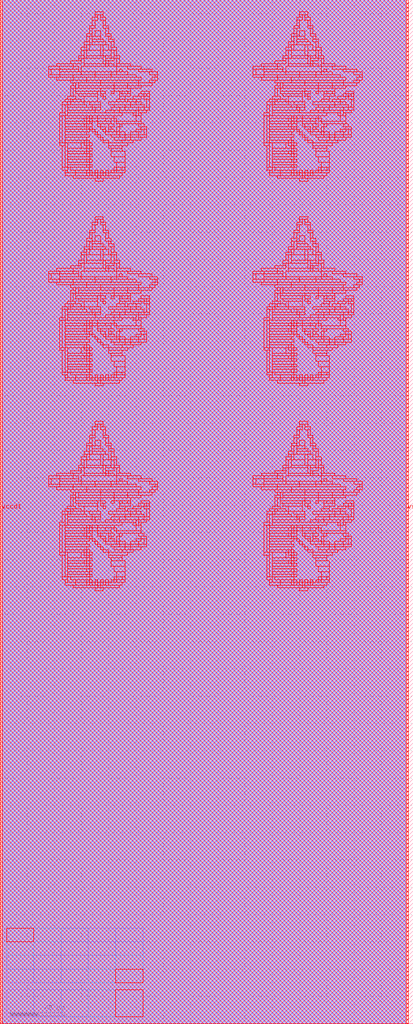
<source format=lef>
VERSION 5.7 ;
  NOWIREEXTENSIONATPIN ON ;
  DIVIDERCHAR "/" ;
  BUSBITCHARS "[]" ;
MACRO Art
  CLASS BLOCK ;
  FOREIGN Art ;
  ORIGIN -0.200 0.000 ;
  SIZE 302.920 BY 750.000 ;
  PIN vccd1
    DIRECTION INPUT ;
    USE POWER ;
    PORT
      LAYER met4 ;
        RECT 0.20000 0.00000 1.80000 750.00000 ;
    END
  END vccd1
  PIN vssd1
    DIRECTION INPUT ;
    USE GROUND ;
    PORT
      LAYER met4 ;
        RECT 298.20000 0.00000 299.80000 750.00000 ;
    END
  END vssd1
  OBS
      LAYER li1 ;
		RECT  1.8 0.0 298.2 750.0 ;
        RECT 5.000 30.000 105.000 70.000 ;
        RECT 5.000 5.000 25.000 25.000 ;
      LAYER met1 ;
		RECT  1.8 0.0 298.2 750.0 ;
        RECT 85.000 60.000 105.000 70.120 ;
        RECT 65.000 50.000 105.000 60.000 ;
        RECT 45.000 40.000 105.000 50.000 ;
        RECT 25.000 30.120 105.000 40.000 ;
        RECT 25.000 30.000 85.000 30.120 ;
        RECT 25.000 5.000 45.000 25.000 ;
      LAYER met2 ;
		RECT  1.8 0.0 298.2 750.0 ;
        RECT 45.000 60.000 65.000 70.000 ;
        RECT 25.000 50.000 45.000 60.000 ;
        RECT 85.000 50.000 105.000 60.000 ;
        RECT 5.000 40.000 25.000 50.000 ;
        RECT 65.000 40.000 105.000 50.000 ;
        RECT 45.000 30.000 105.000 40.000 ;
        RECT 45.000 5.000 65.000 25.000 ;
      LAYER met3 ;
		RECT  1.8 0.0 298.2 750.0 ;
        RECT 25.000 60.000 45.000 70.000 ;
        RECT 5.000 50.000 25.000 60.000 ;
        RECT 85.000 40.000 105.000 50.000 ;
        RECT 65.000 30.000 105.000 40.000 ;
        RECT 65.000 5.000 85.000 25.000 ;
      LAYER met4 ;
		RECT  1.8 0.0 298.2 750.0 ;
        RECT 0.200 0.000 1.800 750.000 ;
        RECT 69.830 739.290 75.830 741.290 ;
        RECT 69.830 737.290 71.830 739.290 ;
        RECT 67.830 735.290 71.830 737.290 ;
        RECT 73.830 737.290 75.830 739.290 ;
        RECT 219.830 739.290 225.830 741.290 ;
        RECT 219.830 737.290 221.830 739.290 ;
        RECT 73.830 735.290 77.830 737.290 ;
        RECT 67.830 731.290 69.830 735.290 ;
        RECT 65.830 729.290 69.830 731.290 ;
        RECT 75.830 731.290 77.830 735.290 ;
        RECT 217.830 735.290 221.830 737.290 ;
        RECT 223.830 737.290 225.830 739.290 ;
        RECT 223.830 735.290 227.830 737.290 ;
        RECT 217.830 731.290 219.830 735.290 ;
        RECT 75.830 729.290 79.830 731.290 ;
        RECT 65.830 725.290 67.830 729.290 ;
        RECT 63.830 723.290 67.830 725.290 ;
        RECT 69.830 723.290 73.830 727.290 ;
        RECT 77.830 725.290 79.830 729.290 ;
        RECT 215.830 729.290 219.830 731.290 ;
        RECT 225.830 731.290 227.830 735.290 ;
        RECT 225.830 729.290 229.830 731.290 ;
        RECT 215.830 725.290 217.830 729.290 ;
        RECT 77.830 723.290 81.830 725.290 ;
        RECT 63.830 719.290 65.830 723.290 ;
        RECT 61.830 717.290 65.830 719.290 ;
        RECT 67.830 721.290 73.830 723.290 ;
        RECT 79.830 721.290 81.830 723.290 ;
        RECT 213.830 723.290 217.830 725.290 ;
        RECT 219.830 723.290 223.830 727.290 ;
        RECT 227.830 725.290 229.830 729.290 ;
        RECT 227.830 723.290 231.830 725.290 ;
        RECT 67.830 719.290 75.830 721.290 ;
        RECT 79.830 719.290 83.830 721.290 ;
        RECT 213.830 719.290 215.830 723.290 ;
        RECT 67.830 717.290 77.830 719.290 ;
        RECT 61.830 715.290 63.830 717.290 ;
        RECT 59.830 713.290 63.830 715.290 ;
        RECT 65.830 713.290 73.830 717.290 ;
        RECT 59.830 709.290 61.830 713.290 ;
        RECT 57.830 707.290 61.830 709.290 ;
        RECT 63.830 709.290 73.830 713.290 ;
        RECT 75.830 713.290 79.830 717.290 ;
        RECT 81.830 715.290 83.830 719.290 ;
        RECT 211.830 717.290 215.830 719.290 ;
        RECT 217.830 721.290 223.830 723.290 ;
        RECT 229.830 721.290 231.830 723.290 ;
        RECT 217.830 719.290 225.830 721.290 ;
        RECT 229.830 719.290 233.830 721.290 ;
        RECT 217.830 717.290 227.830 719.290 ;
        RECT 211.830 715.290 213.830 717.290 ;
        RECT 81.830 713.290 85.830 715.290 ;
        RECT 75.830 709.290 81.830 713.290 ;
        RECT 63.830 707.290 75.830 709.290 ;
        RECT 57.830 705.290 59.830 707.290 ;
        RECT 51.830 703.290 59.830 705.290 ;
        RECT 61.830 703.290 75.830 707.290 ;
        RECT 77.830 707.290 81.830 709.290 ;
        RECT 83.830 709.290 85.830 713.290 ;
        RECT 209.830 713.290 213.830 715.290 ;
        RECT 215.830 713.290 223.830 717.290 ;
        RECT 209.830 709.290 211.830 713.290 ;
        RECT 83.830 707.290 87.830 709.290 ;
        RECT 77.830 705.290 83.830 707.290 ;
        RECT 77.830 703.290 79.830 705.290 ;
        RECT 85.830 703.290 87.830 707.290 ;
        RECT 207.830 707.290 211.830 709.290 ;
        RECT 213.830 709.290 223.830 713.290 ;
        RECT 225.830 713.290 229.830 717.290 ;
        RECT 231.830 715.290 233.830 719.290 ;
        RECT 231.830 713.290 235.830 715.290 ;
        RECT 225.830 709.290 231.830 713.290 ;
        RECT 213.830 707.290 225.830 709.290 ;
        RECT 207.830 705.290 209.830 707.290 ;
        RECT 201.830 703.290 209.830 705.290 ;
        RECT 211.830 703.290 225.830 707.290 ;
        RECT 227.830 707.290 231.830 709.290 ;
        RECT 233.830 709.290 235.830 713.290 ;
        RECT 233.830 707.290 237.830 709.290 ;
        RECT 227.830 705.290 233.830 707.290 ;
        RECT 227.830 703.290 229.830 705.290 ;
        RECT 235.830 703.290 237.830 707.290 ;
        RECT 41.830 701.290 53.830 703.290 ;
        RECT 61.830 701.290 77.830 703.290 ;
        RECT 79.830 701.290 83.830 703.290 ;
        RECT 85.830 701.290 95.830 703.290 ;
        RECT 191.830 701.290 203.830 703.290 ;
        RECT 211.830 701.290 227.830 703.290 ;
        RECT 229.830 701.290 233.830 703.290 ;
        RECT 235.830 701.290 245.830 703.290 ;
        RECT 35.830 699.290 43.830 701.290 ;
        RECT 53.830 699.290 57.830 701.290 ;
        RECT 35.830 695.290 37.830 699.290 ;
        RECT 43.830 697.290 57.830 699.290 ;
        RECT 59.830 697.290 85.830 701.290 ;
        RECT 93.830 699.290 103.830 701.290 ;
        RECT 185.830 699.290 193.830 701.290 ;
        RECT 203.830 699.290 207.830 701.290 ;
        RECT 87.830 697.290 89.830 699.290 ;
        RECT 101.830 697.290 111.830 699.290 ;
        RECT 43.830 695.290 59.830 697.290 ;
        RECT 69.830 695.290 81.830 697.290 ;
        RECT 85.830 695.290 93.830 697.290 ;
        RECT 109.830 695.290 115.830 697.290 ;
        RECT 35.830 693.290 43.830 695.290 ;
        RECT 53.830 693.290 69.830 695.290 ;
        RECT 81.830 693.290 99.830 695.290 ;
        RECT 113.830 693.290 115.830 695.290 ;
        RECT 185.830 695.290 187.830 699.290 ;
        RECT 193.830 697.290 207.830 699.290 ;
        RECT 209.830 697.290 235.830 701.290 ;
        RECT 243.830 699.290 253.830 701.290 ;
        RECT 237.830 697.290 239.830 699.290 ;
        RECT 251.830 697.290 261.830 699.290 ;
        RECT 193.830 695.290 209.830 697.290 ;
        RECT 219.830 695.290 231.830 697.290 ;
        RECT 235.830 695.290 243.830 697.290 ;
        RECT 259.830 695.290 265.830 697.290 ;
        RECT 185.830 693.290 193.830 695.290 ;
        RECT 203.830 693.290 219.830 695.290 ;
        RECT 231.830 693.290 249.830 695.290 ;
        RECT 263.830 693.290 265.830 695.290 ;
        RECT 41.830 691.290 53.830 693.290 ;
        RECT 63.830 691.290 103.830 693.290 ;
        RECT 111.830 691.290 115.830 693.290 ;
        RECT 191.830 691.290 203.830 693.290 ;
        RECT 213.830 691.290 253.830 693.290 ;
        RECT 261.830 691.290 265.830 693.290 ;
        RECT 51.830 689.290 63.830 691.290 ;
        RECT 73.830 689.290 101.830 691.290 ;
        RECT 109.830 689.290 113.830 691.290 ;
        RECT 201.830 689.290 213.830 691.290 ;
        RECT 223.830 689.290 251.830 691.290 ;
        RECT 259.830 689.290 263.830 691.290 ;
        RECT 53.830 687.290 55.830 689.290 ;
        RECT 51.830 685.290 55.830 687.290 ;
        RECT 57.830 687.290 73.830 689.290 ;
        RECT 83.830 687.290 93.830 689.290 ;
        RECT 101.830 687.290 111.830 689.290 ;
        RECT 203.830 687.290 205.830 689.290 ;
        RECT 57.830 685.290 83.830 687.290 ;
        RECT 93.830 685.290 103.830 687.290 ;
        RECT 201.830 685.290 205.830 687.290 ;
        RECT 207.830 687.290 223.830 689.290 ;
        RECT 233.830 687.290 243.830 689.290 ;
        RECT 251.830 687.290 261.830 689.290 ;
        RECT 207.830 685.290 233.830 687.290 ;
        RECT 243.830 685.290 253.830 687.290 ;
        RECT 51.830 679.290 53.830 685.290 ;
        RECT 55.830 683.290 73.830 685.290 ;
        RECT 83.830 683.290 95.830 685.290 ;
        RECT 55.830 681.290 71.830 683.290 ;
        RECT 57.830 679.290 71.830 681.290 ;
        RECT 73.830 681.290 77.830 683.290 ;
        RECT 81.830 681.290 83.830 683.290 ;
        RECT 87.830 681.290 89.830 683.290 ;
        RECT 93.830 681.290 95.830 683.290 ;
        RECT 103.830 681.290 109.830 683.290 ;
        RECT 73.830 679.290 75.830 681.290 ;
        RECT 87.830 679.290 95.830 681.290 ;
        RECT 101.830 679.290 105.830 681.290 ;
        RECT 107.830 679.290 109.830 681.290 ;
        RECT 201.830 679.290 203.830 685.290 ;
        RECT 205.830 683.290 223.830 685.290 ;
        RECT 233.830 683.290 245.830 685.290 ;
        RECT 205.830 681.290 221.830 683.290 ;
        RECT 207.830 679.290 221.830 681.290 ;
        RECT 223.830 681.290 227.830 683.290 ;
        RECT 231.830 681.290 233.830 683.290 ;
        RECT 237.830 681.290 239.830 683.290 ;
        RECT 243.830 681.290 245.830 683.290 ;
        RECT 253.830 681.290 259.830 683.290 ;
        RECT 223.830 679.290 225.830 681.290 ;
        RECT 237.830 679.290 245.830 681.290 ;
        RECT 251.830 679.290 255.830 681.290 ;
        RECT 257.830 679.290 259.830 681.290 ;
        RECT 49.830 677.290 55.830 679.290 ;
        RECT 47.830 675.290 51.830 677.290 ;
        RECT 53.830 675.290 59.830 677.290 ;
        RECT 61.830 675.290 71.830 679.290 ;
        RECT 75.830 677.290 77.830 679.290 ;
        RECT 87.830 677.290 91.830 679.290 ;
        RECT 97.830 677.290 103.830 679.290 ;
        RECT 105.830 677.290 109.830 679.290 ;
        RECT 199.830 677.290 205.830 679.290 ;
        RECT 85.830 675.290 91.830 677.290 ;
        RECT 93.830 675.290 99.830 677.290 ;
        RECT 45.830 673.290 49.830 675.290 ;
        RECT 51.830 673.290 61.830 675.290 ;
        RECT 65.830 673.290 73.830 675.290 ;
        RECT 79.830 673.290 95.830 675.290 ;
        RECT 99.830 673.290 103.830 675.290 ;
        RECT 45.830 667.290 47.830 673.290 ;
        RECT 43.830 665.290 47.830 667.290 ;
        RECT 49.830 671.290 63.830 673.290 ;
        RECT 67.830 671.290 73.830 673.290 ;
        RECT 83.830 671.290 91.830 673.290 ;
        RECT 95.830 671.290 105.830 673.290 ;
        RECT 107.830 671.290 109.830 677.290 ;
        RECT 197.830 675.290 201.830 677.290 ;
        RECT 203.830 675.290 209.830 677.290 ;
        RECT 211.830 675.290 221.830 679.290 ;
        RECT 225.830 677.290 227.830 679.290 ;
        RECT 237.830 677.290 241.830 679.290 ;
        RECT 247.830 677.290 253.830 679.290 ;
        RECT 255.830 677.290 259.830 679.290 ;
        RECT 235.830 675.290 241.830 677.290 ;
        RECT 243.830 675.290 249.830 677.290 ;
        RECT 49.830 669.290 67.830 671.290 ;
        RECT 69.830 669.290 73.830 671.290 ;
        RECT 81.830 669.290 87.830 671.290 ;
        RECT 91.830 669.290 101.830 671.290 ;
        RECT 105.830 669.290 109.830 671.290 ;
        RECT 195.830 673.290 199.830 675.290 ;
        RECT 201.830 673.290 211.830 675.290 ;
        RECT 215.830 673.290 223.830 675.290 ;
        RECT 229.830 673.290 245.830 675.290 ;
        RECT 249.830 673.290 253.830 675.290 ;
        RECT 49.830 667.290 69.830 669.290 ;
        RECT 77.830 667.290 83.830 669.290 ;
        RECT 87.830 667.290 99.830 669.290 ;
        RECT 49.830 665.290 89.830 667.290 ;
        RECT 97.830 665.290 99.830 667.290 ;
        RECT 101.830 667.290 107.830 669.290 ;
        RECT 195.830 667.290 197.830 673.290 ;
        RECT 101.830 665.290 103.830 667.290 ;
        RECT 43.830 645.290 45.830 665.290 ;
        RECT 47.830 663.290 63.830 665.290 ;
        RECT 65.830 663.290 67.830 665.290 ;
        RECT 71.830 663.290 83.830 665.290 ;
        RECT 47.830 661.290 61.830 663.290 ;
        RECT 63.830 661.290 65.830 663.290 ;
        RECT 67.830 661.290 71.830 663.290 ;
        RECT 77.830 661.290 81.830 663.290 ;
        RECT 83.830 661.290 85.830 663.290 ;
        RECT 99.830 661.290 103.830 665.290 ;
        RECT 47.830 659.290 63.830 661.290 ;
        RECT 65.830 659.290 67.830 661.290 ;
        RECT 47.830 657.290 61.830 659.290 ;
        RECT 63.830 657.290 67.830 659.290 ;
        RECT 71.830 659.290 81.830 661.290 ;
        RECT 85.830 659.290 103.830 661.290 ;
        RECT 193.830 665.290 197.830 667.290 ;
        RECT 199.830 671.290 213.830 673.290 ;
        RECT 217.830 671.290 223.830 673.290 ;
        RECT 233.830 671.290 241.830 673.290 ;
        RECT 245.830 671.290 255.830 673.290 ;
        RECT 257.830 671.290 259.830 677.290 ;
        RECT 199.830 669.290 217.830 671.290 ;
        RECT 219.830 669.290 223.830 671.290 ;
        RECT 231.830 669.290 237.830 671.290 ;
        RECT 241.830 669.290 251.830 671.290 ;
        RECT 255.830 669.290 259.830 671.290 ;
        RECT 199.830 667.290 219.830 669.290 ;
        RECT 227.830 667.290 233.830 669.290 ;
        RECT 237.830 667.290 249.830 669.290 ;
        RECT 199.830 665.290 239.830 667.290 ;
        RECT 247.830 665.290 249.830 667.290 ;
        RECT 251.830 667.290 257.830 669.290 ;
        RECT 251.830 665.290 253.830 667.290 ;
        RECT 71.830 657.290 73.830 659.290 ;
        RECT 79.830 657.290 83.830 659.290 ;
        RECT 87.830 657.290 89.830 659.290 ;
        RECT 101.830 657.290 105.830 659.290 ;
        RECT 47.830 655.290 63.830 657.290 ;
        RECT 65.830 655.290 67.830 657.290 ;
        RECT 73.830 655.290 77.830 657.290 ;
        RECT 47.830 653.290 65.830 655.290 ;
        RECT 67.830 653.290 69.830 655.290 ;
        RECT 75.830 653.290 77.830 655.290 ;
        RECT 79.830 655.290 81.830 657.290 ;
        RECT 79.830 653.290 83.830 655.290 ;
        RECT 85.830 653.290 87.830 657.290 ;
        RECT 103.830 655.290 107.830 657.290 ;
        RECT 99.830 653.290 103.830 655.290 ;
        RECT 47.830 651.290 63.830 653.290 ;
        RECT 69.830 651.290 71.830 653.290 ;
        RECT 77.830 651.290 85.830 653.290 ;
        RECT 87.830 651.290 91.830 653.290 ;
        RECT 95.830 651.290 101.830 653.290 ;
        RECT 105.830 651.290 107.830 655.290 ;
        RECT 47.830 649.290 65.830 651.290 ;
        RECT 71.830 649.290 73.830 651.290 ;
        RECT 81.830 649.290 87.830 651.290 ;
        RECT 91.830 649.290 95.830 651.290 ;
        RECT 101.830 649.290 107.830 651.290 ;
        RECT 47.830 647.290 63.830 649.290 ;
        RECT 73.830 647.290 75.830 649.290 ;
        RECT 83.830 647.290 91.830 649.290 ;
        RECT 95.830 647.290 103.830 649.290 ;
        RECT 47.830 645.290 61.830 647.290 ;
        RECT 63.830 645.290 65.830 647.290 ;
        RECT 75.830 645.290 79.830 647.290 ;
        RECT 89.830 645.290 97.830 647.290 ;
        RECT 193.830 645.290 195.830 665.290 ;
        RECT 197.830 663.290 213.830 665.290 ;
        RECT 215.830 663.290 217.830 665.290 ;
        RECT 221.830 663.290 233.830 665.290 ;
        RECT 197.830 661.290 211.830 663.290 ;
        RECT 213.830 661.290 215.830 663.290 ;
        RECT 217.830 661.290 221.830 663.290 ;
        RECT 227.830 661.290 231.830 663.290 ;
        RECT 233.830 661.290 235.830 663.290 ;
        RECT 249.830 661.290 253.830 665.290 ;
        RECT 197.830 659.290 213.830 661.290 ;
        RECT 215.830 659.290 217.830 661.290 ;
        RECT 197.830 657.290 211.830 659.290 ;
        RECT 213.830 657.290 217.830 659.290 ;
        RECT 221.830 659.290 231.830 661.290 ;
        RECT 235.830 659.290 253.830 661.290 ;
        RECT 221.830 657.290 223.830 659.290 ;
        RECT 229.830 657.290 233.830 659.290 ;
        RECT 237.830 657.290 239.830 659.290 ;
        RECT 251.830 657.290 255.830 659.290 ;
        RECT 197.830 655.290 213.830 657.290 ;
        RECT 215.830 655.290 217.830 657.290 ;
        RECT 223.830 655.290 227.830 657.290 ;
        RECT 197.830 653.290 215.830 655.290 ;
        RECT 217.830 653.290 219.830 655.290 ;
        RECT 225.830 653.290 227.830 655.290 ;
        RECT 229.830 655.290 231.830 657.290 ;
        RECT 229.830 653.290 233.830 655.290 ;
        RECT 235.830 653.290 237.830 657.290 ;
        RECT 253.830 655.290 257.830 657.290 ;
        RECT 249.830 653.290 253.830 655.290 ;
        RECT 197.830 651.290 213.830 653.290 ;
        RECT 219.830 651.290 221.830 653.290 ;
        RECT 227.830 651.290 235.830 653.290 ;
        RECT 237.830 651.290 241.830 653.290 ;
        RECT 245.830 651.290 251.830 653.290 ;
        RECT 255.830 651.290 257.830 655.290 ;
        RECT 197.830 649.290 215.830 651.290 ;
        RECT 221.830 649.290 223.830 651.290 ;
        RECT 231.830 649.290 237.830 651.290 ;
        RECT 241.830 649.290 245.830 651.290 ;
        RECT 251.830 649.290 257.830 651.290 ;
        RECT 197.830 647.290 213.830 649.290 ;
        RECT 223.830 647.290 225.830 649.290 ;
        RECT 233.830 647.290 241.830 649.290 ;
        RECT 245.830 647.290 253.830 649.290 ;
        RECT 197.830 645.290 211.830 647.290 ;
        RECT 213.830 645.290 215.830 647.290 ;
        RECT 225.830 645.290 229.830 647.290 ;
        RECT 239.830 645.290 247.830 647.290 ;
        RECT 43.830 643.290 47.830 645.290 ;
        RECT 45.830 627.290 47.830 643.290 ;
        RECT 49.830 641.290 59.830 645.290 ;
        RECT 61.830 643.290 63.830 645.290 ;
        RECT 65.830 643.290 67.830 645.290 ;
        RECT 79.830 643.290 93.830 645.290 ;
        RECT 193.830 643.290 197.830 645.290 ;
        RECT 63.830 641.290 65.830 643.290 ;
        RECT 79.830 641.290 89.830 643.290 ;
        RECT 49.830 639.290 63.830 641.290 ;
        RECT 65.830 639.290 67.830 641.290 ;
        RECT 81.830 639.290 89.830 641.290 ;
        RECT 49.830 637.290 61.830 639.290 ;
        RECT 63.830 637.290 65.830 639.290 ;
        RECT 49.830 635.290 63.830 637.290 ;
        RECT 65.830 635.290 67.830 637.290 ;
        RECT 81.830 635.290 91.830 639.290 ;
        RECT 49.830 633.290 65.830 635.290 ;
        RECT 49.830 631.290 63.830 633.290 ;
        RECT 65.830 631.290 67.830 633.290 ;
        RECT 83.830 631.290 91.830 635.290 ;
        RECT 49.830 629.290 65.830 631.290 ;
        RECT 49.830 627.290 63.830 629.290 ;
        RECT 65.830 627.290 67.830 629.290 ;
        RECT 85.830 627.290 91.830 631.290 ;
        RECT 45.830 625.290 49.830 627.290 ;
        RECT 51.830 625.290 65.830 627.290 ;
        RECT 83.830 625.290 85.830 627.290 ;
        RECT 89.830 625.290 91.830 627.290 ;
        RECT 195.830 627.290 197.830 643.290 ;
        RECT 199.830 641.290 209.830 645.290 ;
        RECT 211.830 643.290 213.830 645.290 ;
        RECT 215.830 643.290 217.830 645.290 ;
        RECT 229.830 643.290 243.830 645.290 ;
        RECT 213.830 641.290 215.830 643.290 ;
        RECT 229.830 641.290 239.830 643.290 ;
        RECT 199.830 639.290 213.830 641.290 ;
        RECT 215.830 639.290 217.830 641.290 ;
        RECT 231.830 639.290 239.830 641.290 ;
        RECT 199.830 637.290 211.830 639.290 ;
        RECT 213.830 637.290 215.830 639.290 ;
        RECT 199.830 635.290 213.830 637.290 ;
        RECT 215.830 635.290 217.830 637.290 ;
        RECT 231.830 635.290 241.830 639.290 ;
        RECT 199.830 633.290 215.830 635.290 ;
        RECT 199.830 631.290 213.830 633.290 ;
        RECT 215.830 631.290 217.830 633.290 ;
        RECT 233.830 631.290 241.830 635.290 ;
        RECT 199.830 629.290 215.830 631.290 ;
        RECT 199.830 627.290 213.830 629.290 ;
        RECT 215.830 627.290 217.830 629.290 ;
        RECT 235.830 627.290 241.830 631.290 ;
        RECT 195.830 625.290 199.830 627.290 ;
        RECT 201.830 625.290 215.830 627.290 ;
        RECT 233.830 625.290 235.830 627.290 ;
        RECT 239.830 625.290 241.830 627.290 ;
        RECT 47.830 623.290 49.830 625.290 ;
        RECT 55.830 623.290 63.830 625.290 ;
        RECT 65.830 623.290 67.830 625.290 ;
        RECT 69.830 623.290 71.830 625.290 ;
        RECT 73.830 623.290 75.830 625.290 ;
        RECT 77.830 623.290 79.830 625.290 ;
        RECT 81.830 623.290 83.830 625.290 ;
        RECT 85.830 623.290 91.830 625.290 ;
        RECT 197.830 623.290 199.830 625.290 ;
        RECT 205.830 623.290 213.830 625.290 ;
        RECT 215.830 623.290 217.830 625.290 ;
        RECT 219.830 623.290 221.830 625.290 ;
        RECT 223.830 623.290 225.830 625.290 ;
        RECT 227.830 623.290 229.830 625.290 ;
        RECT 231.830 623.290 233.830 625.290 ;
        RECT 235.830 623.290 241.830 625.290 ;
        RECT 47.830 621.290 55.830 623.290 ;
        RECT 63.830 621.290 65.830 623.290 ;
        RECT 67.830 621.290 69.830 623.290 ;
        RECT 71.830 621.290 73.830 623.290 ;
        RECT 75.830 621.290 77.830 623.290 ;
        RECT 79.830 621.290 89.830 623.290 ;
        RECT 197.830 621.290 205.830 623.290 ;
        RECT 213.830 621.290 215.830 623.290 ;
        RECT 217.830 621.290 219.830 623.290 ;
        RECT 221.830 621.290 223.830 623.290 ;
        RECT 225.830 621.290 227.830 623.290 ;
        RECT 229.830 621.290 239.830 623.290 ;
        RECT 53.830 619.290 71.830 621.290 ;
        RECT 73.830 619.290 87.830 621.290 ;
        RECT 203.830 619.290 221.830 621.290 ;
        RECT 223.830 619.290 237.830 621.290 ;
        RECT 69.830 617.290 75.830 619.290 ;
        RECT 219.830 617.290 225.830 619.290 ;
        RECT 69.830 589.290 75.830 591.290 ;
        RECT 69.830 587.290 71.830 589.290 ;
        RECT 67.830 585.290 71.830 587.290 ;
        RECT 73.830 587.290 75.830 589.290 ;
        RECT 219.830 589.290 225.830 591.290 ;
        RECT 219.830 587.290 221.830 589.290 ;
        RECT 73.830 585.290 77.830 587.290 ;
        RECT 67.830 581.290 69.830 585.290 ;
        RECT 65.830 579.290 69.830 581.290 ;
        RECT 75.830 581.290 77.830 585.290 ;
        RECT 217.830 585.290 221.830 587.290 ;
        RECT 223.830 587.290 225.830 589.290 ;
        RECT 223.830 585.290 227.830 587.290 ;
        RECT 217.830 581.290 219.830 585.290 ;
        RECT 75.830 579.290 79.830 581.290 ;
        RECT 65.830 575.290 67.830 579.290 ;
        RECT 63.830 573.290 67.830 575.290 ;
        RECT 69.830 573.290 73.830 577.290 ;
        RECT 77.830 575.290 79.830 579.290 ;
        RECT 215.830 579.290 219.830 581.290 ;
        RECT 225.830 581.290 227.830 585.290 ;
        RECT 225.830 579.290 229.830 581.290 ;
        RECT 215.830 575.290 217.830 579.290 ;
        RECT 77.830 573.290 81.830 575.290 ;
        RECT 63.830 569.290 65.830 573.290 ;
        RECT 61.830 567.290 65.830 569.290 ;
        RECT 67.830 571.290 73.830 573.290 ;
        RECT 79.830 571.290 81.830 573.290 ;
        RECT 213.830 573.290 217.830 575.290 ;
        RECT 219.830 573.290 223.830 577.290 ;
        RECT 227.830 575.290 229.830 579.290 ;
        RECT 227.830 573.290 231.830 575.290 ;
        RECT 67.830 569.290 75.830 571.290 ;
        RECT 79.830 569.290 83.830 571.290 ;
        RECT 213.830 569.290 215.830 573.290 ;
        RECT 67.830 567.290 77.830 569.290 ;
        RECT 61.830 565.290 63.830 567.290 ;
        RECT 59.830 563.290 63.830 565.290 ;
        RECT 65.830 563.290 73.830 567.290 ;
        RECT 59.830 559.290 61.830 563.290 ;
        RECT 57.830 557.290 61.830 559.290 ;
        RECT 63.830 559.290 73.830 563.290 ;
        RECT 75.830 563.290 79.830 567.290 ;
        RECT 81.830 565.290 83.830 569.290 ;
        RECT 211.830 567.290 215.830 569.290 ;
        RECT 217.830 571.290 223.830 573.290 ;
        RECT 229.830 571.290 231.830 573.290 ;
        RECT 217.830 569.290 225.830 571.290 ;
        RECT 229.830 569.290 233.830 571.290 ;
        RECT 217.830 567.290 227.830 569.290 ;
        RECT 211.830 565.290 213.830 567.290 ;
        RECT 81.830 563.290 85.830 565.290 ;
        RECT 75.830 559.290 81.830 563.290 ;
        RECT 63.830 557.290 75.830 559.290 ;
        RECT 57.830 555.290 59.830 557.290 ;
        RECT 51.830 553.290 59.830 555.290 ;
        RECT 61.830 553.290 75.830 557.290 ;
        RECT 77.830 557.290 81.830 559.290 ;
        RECT 83.830 559.290 85.830 563.290 ;
        RECT 209.830 563.290 213.830 565.290 ;
        RECT 215.830 563.290 223.830 567.290 ;
        RECT 209.830 559.290 211.830 563.290 ;
        RECT 83.830 557.290 87.830 559.290 ;
        RECT 77.830 555.290 83.830 557.290 ;
        RECT 77.830 553.290 79.830 555.290 ;
        RECT 85.830 553.290 87.830 557.290 ;
        RECT 207.830 557.290 211.830 559.290 ;
        RECT 213.830 559.290 223.830 563.290 ;
        RECT 225.830 563.290 229.830 567.290 ;
        RECT 231.830 565.290 233.830 569.290 ;
        RECT 231.830 563.290 235.830 565.290 ;
        RECT 225.830 559.290 231.830 563.290 ;
        RECT 213.830 557.290 225.830 559.290 ;
        RECT 207.830 555.290 209.830 557.290 ;
        RECT 201.830 553.290 209.830 555.290 ;
        RECT 211.830 553.290 225.830 557.290 ;
        RECT 227.830 557.290 231.830 559.290 ;
        RECT 233.830 559.290 235.830 563.290 ;
        RECT 233.830 557.290 237.830 559.290 ;
        RECT 227.830 555.290 233.830 557.290 ;
        RECT 227.830 553.290 229.830 555.290 ;
        RECT 235.830 553.290 237.830 557.290 ;
        RECT 41.830 551.290 53.830 553.290 ;
        RECT 61.830 551.290 77.830 553.290 ;
        RECT 79.830 551.290 83.830 553.290 ;
        RECT 85.830 551.290 95.830 553.290 ;
        RECT 191.830 551.290 203.830 553.290 ;
        RECT 211.830 551.290 227.830 553.290 ;
        RECT 229.830 551.290 233.830 553.290 ;
        RECT 235.830 551.290 245.830 553.290 ;
        RECT 35.830 549.290 43.830 551.290 ;
        RECT 53.830 549.290 57.830 551.290 ;
        RECT 35.830 545.290 37.830 549.290 ;
        RECT 43.830 547.290 57.830 549.290 ;
        RECT 59.830 547.290 85.830 551.290 ;
        RECT 93.830 549.290 103.830 551.290 ;
        RECT 185.830 549.290 193.830 551.290 ;
        RECT 203.830 549.290 207.830 551.290 ;
        RECT 87.830 547.290 89.830 549.290 ;
        RECT 101.830 547.290 111.830 549.290 ;
        RECT 43.830 545.290 59.830 547.290 ;
        RECT 69.830 545.290 81.830 547.290 ;
        RECT 85.830 545.290 93.830 547.290 ;
        RECT 109.830 545.290 115.830 547.290 ;
        RECT 35.830 543.290 43.830 545.290 ;
        RECT 53.830 543.290 69.830 545.290 ;
        RECT 81.830 543.290 99.830 545.290 ;
        RECT 113.830 543.290 115.830 545.290 ;
        RECT 185.830 545.290 187.830 549.290 ;
        RECT 193.830 547.290 207.830 549.290 ;
        RECT 209.830 547.290 235.830 551.290 ;
        RECT 243.830 549.290 253.830 551.290 ;
        RECT 237.830 547.290 239.830 549.290 ;
        RECT 251.830 547.290 261.830 549.290 ;
        RECT 193.830 545.290 209.830 547.290 ;
        RECT 219.830 545.290 231.830 547.290 ;
        RECT 235.830 545.290 243.830 547.290 ;
        RECT 259.830 545.290 265.830 547.290 ;
        RECT 185.830 543.290 193.830 545.290 ;
        RECT 203.830 543.290 219.830 545.290 ;
        RECT 231.830 543.290 249.830 545.290 ;
        RECT 263.830 543.290 265.830 545.290 ;
        RECT 41.830 541.290 53.830 543.290 ;
        RECT 63.830 541.290 103.830 543.290 ;
        RECT 111.830 541.290 115.830 543.290 ;
        RECT 191.830 541.290 203.830 543.290 ;
        RECT 213.830 541.290 253.830 543.290 ;
        RECT 261.830 541.290 265.830 543.290 ;
        RECT 51.830 539.290 63.830 541.290 ;
        RECT 73.830 539.290 101.830 541.290 ;
        RECT 109.830 539.290 113.830 541.290 ;
        RECT 201.830 539.290 213.830 541.290 ;
        RECT 223.830 539.290 251.830 541.290 ;
        RECT 259.830 539.290 263.830 541.290 ;
        RECT 53.830 537.290 55.830 539.290 ;
        RECT 51.830 535.290 55.830 537.290 ;
        RECT 57.830 537.290 73.830 539.290 ;
        RECT 83.830 537.290 93.830 539.290 ;
        RECT 101.830 537.290 111.830 539.290 ;
        RECT 203.830 537.290 205.830 539.290 ;
        RECT 57.830 535.290 83.830 537.290 ;
        RECT 93.830 535.290 103.830 537.290 ;
        RECT 201.830 535.290 205.830 537.290 ;
        RECT 207.830 537.290 223.830 539.290 ;
        RECT 233.830 537.290 243.830 539.290 ;
        RECT 251.830 537.290 261.830 539.290 ;
        RECT 207.830 535.290 233.830 537.290 ;
        RECT 243.830 535.290 253.830 537.290 ;
        RECT 51.830 529.290 53.830 535.290 ;
        RECT 55.830 533.290 73.830 535.290 ;
        RECT 83.830 533.290 95.830 535.290 ;
        RECT 55.830 531.290 71.830 533.290 ;
        RECT 57.830 529.290 71.830 531.290 ;
        RECT 73.830 531.290 77.830 533.290 ;
        RECT 81.830 531.290 83.830 533.290 ;
        RECT 87.830 531.290 89.830 533.290 ;
        RECT 93.830 531.290 95.830 533.290 ;
        RECT 103.830 531.290 109.830 533.290 ;
        RECT 73.830 529.290 75.830 531.290 ;
        RECT 87.830 529.290 95.830 531.290 ;
        RECT 101.830 529.290 105.830 531.290 ;
        RECT 107.830 529.290 109.830 531.290 ;
        RECT 201.830 529.290 203.830 535.290 ;
        RECT 205.830 533.290 223.830 535.290 ;
        RECT 233.830 533.290 245.830 535.290 ;
        RECT 205.830 531.290 221.830 533.290 ;
        RECT 207.830 529.290 221.830 531.290 ;
        RECT 223.830 531.290 227.830 533.290 ;
        RECT 231.830 531.290 233.830 533.290 ;
        RECT 237.830 531.290 239.830 533.290 ;
        RECT 243.830 531.290 245.830 533.290 ;
        RECT 253.830 531.290 259.830 533.290 ;
        RECT 223.830 529.290 225.830 531.290 ;
        RECT 237.830 529.290 245.830 531.290 ;
        RECT 251.830 529.290 255.830 531.290 ;
        RECT 257.830 529.290 259.830 531.290 ;
        RECT 49.830 527.290 55.830 529.290 ;
        RECT 47.830 525.290 51.830 527.290 ;
        RECT 53.830 525.290 59.830 527.290 ;
        RECT 61.830 525.290 71.830 529.290 ;
        RECT 75.830 527.290 77.830 529.290 ;
        RECT 87.830 527.290 91.830 529.290 ;
        RECT 97.830 527.290 103.830 529.290 ;
        RECT 105.830 527.290 109.830 529.290 ;
        RECT 199.830 527.290 205.830 529.290 ;
        RECT 85.830 525.290 91.830 527.290 ;
        RECT 93.830 525.290 99.830 527.290 ;
        RECT 45.830 523.290 49.830 525.290 ;
        RECT 51.830 523.290 61.830 525.290 ;
        RECT 65.830 523.290 73.830 525.290 ;
        RECT 79.830 523.290 95.830 525.290 ;
        RECT 99.830 523.290 103.830 525.290 ;
        RECT 45.830 517.290 47.830 523.290 ;
        RECT 43.830 515.290 47.830 517.290 ;
        RECT 49.830 521.290 63.830 523.290 ;
        RECT 67.830 521.290 73.830 523.290 ;
        RECT 83.830 521.290 91.830 523.290 ;
        RECT 95.830 521.290 105.830 523.290 ;
        RECT 107.830 521.290 109.830 527.290 ;
        RECT 197.830 525.290 201.830 527.290 ;
        RECT 203.830 525.290 209.830 527.290 ;
        RECT 211.830 525.290 221.830 529.290 ;
        RECT 225.830 527.290 227.830 529.290 ;
        RECT 237.830 527.290 241.830 529.290 ;
        RECT 247.830 527.290 253.830 529.290 ;
        RECT 255.830 527.290 259.830 529.290 ;
        RECT 235.830 525.290 241.830 527.290 ;
        RECT 243.830 525.290 249.830 527.290 ;
        RECT 49.830 519.290 67.830 521.290 ;
        RECT 69.830 519.290 73.830 521.290 ;
        RECT 81.830 519.290 87.830 521.290 ;
        RECT 91.830 519.290 101.830 521.290 ;
        RECT 105.830 519.290 109.830 521.290 ;
        RECT 195.830 523.290 199.830 525.290 ;
        RECT 201.830 523.290 211.830 525.290 ;
        RECT 215.830 523.290 223.830 525.290 ;
        RECT 229.830 523.290 245.830 525.290 ;
        RECT 249.830 523.290 253.830 525.290 ;
        RECT 49.830 517.290 69.830 519.290 ;
        RECT 77.830 517.290 83.830 519.290 ;
        RECT 87.830 517.290 99.830 519.290 ;
        RECT 49.830 515.290 89.830 517.290 ;
        RECT 97.830 515.290 99.830 517.290 ;
        RECT 101.830 517.290 107.830 519.290 ;
        RECT 195.830 517.290 197.830 523.290 ;
        RECT 101.830 515.290 103.830 517.290 ;
        RECT 43.830 495.290 45.830 515.290 ;
        RECT 47.830 513.290 63.830 515.290 ;
        RECT 65.830 513.290 67.830 515.290 ;
        RECT 71.830 513.290 83.830 515.290 ;
        RECT 47.830 511.290 61.830 513.290 ;
        RECT 63.830 511.290 65.830 513.290 ;
        RECT 67.830 511.290 71.830 513.290 ;
        RECT 77.830 511.290 81.830 513.290 ;
        RECT 83.830 511.290 85.830 513.290 ;
        RECT 99.830 511.290 103.830 515.290 ;
        RECT 47.830 509.290 63.830 511.290 ;
        RECT 65.830 509.290 67.830 511.290 ;
        RECT 47.830 507.290 61.830 509.290 ;
        RECT 63.830 507.290 67.830 509.290 ;
        RECT 71.830 509.290 81.830 511.290 ;
        RECT 85.830 509.290 103.830 511.290 ;
        RECT 193.830 515.290 197.830 517.290 ;
        RECT 199.830 521.290 213.830 523.290 ;
        RECT 217.830 521.290 223.830 523.290 ;
        RECT 233.830 521.290 241.830 523.290 ;
        RECT 245.830 521.290 255.830 523.290 ;
        RECT 257.830 521.290 259.830 527.290 ;
        RECT 199.830 519.290 217.830 521.290 ;
        RECT 219.830 519.290 223.830 521.290 ;
        RECT 231.830 519.290 237.830 521.290 ;
        RECT 241.830 519.290 251.830 521.290 ;
        RECT 255.830 519.290 259.830 521.290 ;
        RECT 199.830 517.290 219.830 519.290 ;
        RECT 227.830 517.290 233.830 519.290 ;
        RECT 237.830 517.290 249.830 519.290 ;
        RECT 199.830 515.290 239.830 517.290 ;
        RECT 247.830 515.290 249.830 517.290 ;
        RECT 251.830 517.290 257.830 519.290 ;
        RECT 251.830 515.290 253.830 517.290 ;
        RECT 71.830 507.290 73.830 509.290 ;
        RECT 79.830 507.290 83.830 509.290 ;
        RECT 87.830 507.290 89.830 509.290 ;
        RECT 101.830 507.290 105.830 509.290 ;
        RECT 47.830 505.290 63.830 507.290 ;
        RECT 65.830 505.290 67.830 507.290 ;
        RECT 73.830 505.290 77.830 507.290 ;
        RECT 47.830 503.290 65.830 505.290 ;
        RECT 67.830 503.290 69.830 505.290 ;
        RECT 75.830 503.290 77.830 505.290 ;
        RECT 79.830 505.290 81.830 507.290 ;
        RECT 79.830 503.290 83.830 505.290 ;
        RECT 85.830 503.290 87.830 507.290 ;
        RECT 103.830 505.290 107.830 507.290 ;
        RECT 99.830 503.290 103.830 505.290 ;
        RECT 47.830 501.290 63.830 503.290 ;
        RECT 69.830 501.290 71.830 503.290 ;
        RECT 77.830 501.290 85.830 503.290 ;
        RECT 87.830 501.290 91.830 503.290 ;
        RECT 95.830 501.290 101.830 503.290 ;
        RECT 105.830 501.290 107.830 505.290 ;
        RECT 47.830 499.290 65.830 501.290 ;
        RECT 71.830 499.290 73.830 501.290 ;
        RECT 81.830 499.290 87.830 501.290 ;
        RECT 91.830 499.290 95.830 501.290 ;
        RECT 101.830 499.290 107.830 501.290 ;
        RECT 47.830 497.290 63.830 499.290 ;
        RECT 73.830 497.290 75.830 499.290 ;
        RECT 83.830 497.290 91.830 499.290 ;
        RECT 95.830 497.290 103.830 499.290 ;
        RECT 47.830 495.290 61.830 497.290 ;
        RECT 63.830 495.290 65.830 497.290 ;
        RECT 75.830 495.290 79.830 497.290 ;
        RECT 89.830 495.290 97.830 497.290 ;
        RECT 193.830 495.290 195.830 515.290 ;
        RECT 197.830 513.290 213.830 515.290 ;
        RECT 215.830 513.290 217.830 515.290 ;
        RECT 221.830 513.290 233.830 515.290 ;
        RECT 197.830 511.290 211.830 513.290 ;
        RECT 213.830 511.290 215.830 513.290 ;
        RECT 217.830 511.290 221.830 513.290 ;
        RECT 227.830 511.290 231.830 513.290 ;
        RECT 233.830 511.290 235.830 513.290 ;
        RECT 249.830 511.290 253.830 515.290 ;
        RECT 197.830 509.290 213.830 511.290 ;
        RECT 215.830 509.290 217.830 511.290 ;
        RECT 197.830 507.290 211.830 509.290 ;
        RECT 213.830 507.290 217.830 509.290 ;
        RECT 221.830 509.290 231.830 511.290 ;
        RECT 235.830 509.290 253.830 511.290 ;
        RECT 221.830 507.290 223.830 509.290 ;
        RECT 229.830 507.290 233.830 509.290 ;
        RECT 237.830 507.290 239.830 509.290 ;
        RECT 251.830 507.290 255.830 509.290 ;
        RECT 197.830 505.290 213.830 507.290 ;
        RECT 215.830 505.290 217.830 507.290 ;
        RECT 223.830 505.290 227.830 507.290 ;
        RECT 197.830 503.290 215.830 505.290 ;
        RECT 217.830 503.290 219.830 505.290 ;
        RECT 225.830 503.290 227.830 505.290 ;
        RECT 229.830 505.290 231.830 507.290 ;
        RECT 229.830 503.290 233.830 505.290 ;
        RECT 235.830 503.290 237.830 507.290 ;
        RECT 253.830 505.290 257.830 507.290 ;
        RECT 249.830 503.290 253.830 505.290 ;
        RECT 197.830 501.290 213.830 503.290 ;
        RECT 219.830 501.290 221.830 503.290 ;
        RECT 227.830 501.290 235.830 503.290 ;
        RECT 237.830 501.290 241.830 503.290 ;
        RECT 245.830 501.290 251.830 503.290 ;
        RECT 255.830 501.290 257.830 505.290 ;
        RECT 197.830 499.290 215.830 501.290 ;
        RECT 221.830 499.290 223.830 501.290 ;
        RECT 231.830 499.290 237.830 501.290 ;
        RECT 241.830 499.290 245.830 501.290 ;
        RECT 251.830 499.290 257.830 501.290 ;
        RECT 197.830 497.290 213.830 499.290 ;
        RECT 223.830 497.290 225.830 499.290 ;
        RECT 233.830 497.290 241.830 499.290 ;
        RECT 245.830 497.290 253.830 499.290 ;
        RECT 197.830 495.290 211.830 497.290 ;
        RECT 213.830 495.290 215.830 497.290 ;
        RECT 225.830 495.290 229.830 497.290 ;
        RECT 239.830 495.290 247.830 497.290 ;
        RECT 43.830 493.290 47.830 495.290 ;
        RECT 45.830 477.290 47.830 493.290 ;
        RECT 49.830 491.290 59.830 495.290 ;
        RECT 61.830 493.290 63.830 495.290 ;
        RECT 65.830 493.290 67.830 495.290 ;
        RECT 79.830 493.290 93.830 495.290 ;
        RECT 193.830 493.290 197.830 495.290 ;
        RECT 63.830 491.290 65.830 493.290 ;
        RECT 79.830 491.290 89.830 493.290 ;
        RECT 49.830 489.290 63.830 491.290 ;
        RECT 65.830 489.290 67.830 491.290 ;
        RECT 81.830 489.290 89.830 491.290 ;
        RECT 49.830 487.290 61.830 489.290 ;
        RECT 63.830 487.290 65.830 489.290 ;
        RECT 49.830 485.290 63.830 487.290 ;
        RECT 65.830 485.290 67.830 487.290 ;
        RECT 81.830 485.290 91.830 489.290 ;
        RECT 49.830 483.290 65.830 485.290 ;
        RECT 49.830 481.290 63.830 483.290 ;
        RECT 65.830 481.290 67.830 483.290 ;
        RECT 83.830 481.290 91.830 485.290 ;
        RECT 49.830 479.290 65.830 481.290 ;
        RECT 49.830 477.290 63.830 479.290 ;
        RECT 65.830 477.290 67.830 479.290 ;
        RECT 85.830 477.290 91.830 481.290 ;
        RECT 45.830 475.290 49.830 477.290 ;
        RECT 51.830 475.290 65.830 477.290 ;
        RECT 83.830 475.290 85.830 477.290 ;
        RECT 89.830 475.290 91.830 477.290 ;
        RECT 195.830 477.290 197.830 493.290 ;
        RECT 199.830 491.290 209.830 495.290 ;
        RECT 211.830 493.290 213.830 495.290 ;
        RECT 215.830 493.290 217.830 495.290 ;
        RECT 229.830 493.290 243.830 495.290 ;
        RECT 213.830 491.290 215.830 493.290 ;
        RECT 229.830 491.290 239.830 493.290 ;
        RECT 199.830 489.290 213.830 491.290 ;
        RECT 215.830 489.290 217.830 491.290 ;
        RECT 231.830 489.290 239.830 491.290 ;
        RECT 199.830 487.290 211.830 489.290 ;
        RECT 213.830 487.290 215.830 489.290 ;
        RECT 199.830 485.290 213.830 487.290 ;
        RECT 215.830 485.290 217.830 487.290 ;
        RECT 231.830 485.290 241.830 489.290 ;
        RECT 199.830 483.290 215.830 485.290 ;
        RECT 199.830 481.290 213.830 483.290 ;
        RECT 215.830 481.290 217.830 483.290 ;
        RECT 233.830 481.290 241.830 485.290 ;
        RECT 199.830 479.290 215.830 481.290 ;
        RECT 199.830 477.290 213.830 479.290 ;
        RECT 215.830 477.290 217.830 479.290 ;
        RECT 235.830 477.290 241.830 481.290 ;
        RECT 195.830 475.290 199.830 477.290 ;
        RECT 201.830 475.290 215.830 477.290 ;
        RECT 233.830 475.290 235.830 477.290 ;
        RECT 239.830 475.290 241.830 477.290 ;
        RECT 47.830 473.290 49.830 475.290 ;
        RECT 55.830 473.290 63.830 475.290 ;
        RECT 65.830 473.290 67.830 475.290 ;
        RECT 69.830 473.290 71.830 475.290 ;
        RECT 73.830 473.290 75.830 475.290 ;
        RECT 77.830 473.290 79.830 475.290 ;
        RECT 81.830 473.290 83.830 475.290 ;
        RECT 85.830 473.290 91.830 475.290 ;
        RECT 197.830 473.290 199.830 475.290 ;
        RECT 205.830 473.290 213.830 475.290 ;
        RECT 215.830 473.290 217.830 475.290 ;
        RECT 219.830 473.290 221.830 475.290 ;
        RECT 223.830 473.290 225.830 475.290 ;
        RECT 227.830 473.290 229.830 475.290 ;
        RECT 231.830 473.290 233.830 475.290 ;
        RECT 235.830 473.290 241.830 475.290 ;
        RECT 47.830 471.290 55.830 473.290 ;
        RECT 63.830 471.290 65.830 473.290 ;
        RECT 67.830 471.290 69.830 473.290 ;
        RECT 71.830 471.290 73.830 473.290 ;
        RECT 75.830 471.290 77.830 473.290 ;
        RECT 79.830 471.290 89.830 473.290 ;
        RECT 197.830 471.290 205.830 473.290 ;
        RECT 213.830 471.290 215.830 473.290 ;
        RECT 217.830 471.290 219.830 473.290 ;
        RECT 221.830 471.290 223.830 473.290 ;
        RECT 225.830 471.290 227.830 473.290 ;
        RECT 229.830 471.290 239.830 473.290 ;
        RECT 53.830 469.290 71.830 471.290 ;
        RECT 73.830 469.290 87.830 471.290 ;
        RECT 203.830 469.290 221.830 471.290 ;
        RECT 223.830 469.290 237.830 471.290 ;
        RECT 69.830 467.290 75.830 469.290 ;
        RECT 219.830 467.290 225.830 469.290 ;
        RECT 69.830 439.290 75.830 441.290 ;
        RECT 69.830 437.290 71.830 439.290 ;
        RECT 67.830 435.290 71.830 437.290 ;
        RECT 73.830 437.290 75.830 439.290 ;
        RECT 219.830 439.290 225.830 441.290 ;
        RECT 219.830 437.290 221.830 439.290 ;
        RECT 73.830 435.290 77.830 437.290 ;
        RECT 67.830 431.290 69.830 435.290 ;
        RECT 65.830 429.290 69.830 431.290 ;
        RECT 75.830 431.290 77.830 435.290 ;
        RECT 217.830 435.290 221.830 437.290 ;
        RECT 223.830 437.290 225.830 439.290 ;
        RECT 223.830 435.290 227.830 437.290 ;
        RECT 217.830 431.290 219.830 435.290 ;
        RECT 75.830 429.290 79.830 431.290 ;
        RECT 65.830 425.290 67.830 429.290 ;
        RECT 63.830 423.290 67.830 425.290 ;
        RECT 69.830 423.290 73.830 427.290 ;
        RECT 77.830 425.290 79.830 429.290 ;
        RECT 215.830 429.290 219.830 431.290 ;
        RECT 225.830 431.290 227.830 435.290 ;
        RECT 225.830 429.290 229.830 431.290 ;
        RECT 215.830 425.290 217.830 429.290 ;
        RECT 77.830 423.290 81.830 425.290 ;
        RECT 63.830 419.290 65.830 423.290 ;
        RECT 61.830 417.290 65.830 419.290 ;
        RECT 67.830 421.290 73.830 423.290 ;
        RECT 79.830 421.290 81.830 423.290 ;
        RECT 213.830 423.290 217.830 425.290 ;
        RECT 219.830 423.290 223.830 427.290 ;
        RECT 227.830 425.290 229.830 429.290 ;
        RECT 227.830 423.290 231.830 425.290 ;
        RECT 67.830 419.290 75.830 421.290 ;
        RECT 79.830 419.290 83.830 421.290 ;
        RECT 213.830 419.290 215.830 423.290 ;
        RECT 67.830 417.290 77.830 419.290 ;
        RECT 61.830 415.290 63.830 417.290 ;
        RECT 59.830 413.290 63.830 415.290 ;
        RECT 65.830 413.290 73.830 417.290 ;
        RECT 59.830 409.290 61.830 413.290 ;
        RECT 57.830 407.290 61.830 409.290 ;
        RECT 63.830 409.290 73.830 413.290 ;
        RECT 75.830 413.290 79.830 417.290 ;
        RECT 81.830 415.290 83.830 419.290 ;
        RECT 211.830 417.290 215.830 419.290 ;
        RECT 217.830 421.290 223.830 423.290 ;
        RECT 229.830 421.290 231.830 423.290 ;
        RECT 217.830 419.290 225.830 421.290 ;
        RECT 229.830 419.290 233.830 421.290 ;
        RECT 217.830 417.290 227.830 419.290 ;
        RECT 211.830 415.290 213.830 417.290 ;
        RECT 81.830 413.290 85.830 415.290 ;
        RECT 75.830 409.290 81.830 413.290 ;
        RECT 63.830 407.290 75.830 409.290 ;
        RECT 57.830 405.290 59.830 407.290 ;
        RECT 51.830 403.290 59.830 405.290 ;
        RECT 61.830 403.290 75.830 407.290 ;
        RECT 77.830 407.290 81.830 409.290 ;
        RECT 83.830 409.290 85.830 413.290 ;
        RECT 209.830 413.290 213.830 415.290 ;
        RECT 215.830 413.290 223.830 417.290 ;
        RECT 209.830 409.290 211.830 413.290 ;
        RECT 83.830 407.290 87.830 409.290 ;
        RECT 77.830 405.290 83.830 407.290 ;
        RECT 77.830 403.290 79.830 405.290 ;
        RECT 85.830 403.290 87.830 407.290 ;
        RECT 207.830 407.290 211.830 409.290 ;
        RECT 213.830 409.290 223.830 413.290 ;
        RECT 225.830 413.290 229.830 417.290 ;
        RECT 231.830 415.290 233.830 419.290 ;
        RECT 231.830 413.290 235.830 415.290 ;
        RECT 225.830 409.290 231.830 413.290 ;
        RECT 213.830 407.290 225.830 409.290 ;
        RECT 207.830 405.290 209.830 407.290 ;
        RECT 201.830 403.290 209.830 405.290 ;
        RECT 211.830 403.290 225.830 407.290 ;
        RECT 227.830 407.290 231.830 409.290 ;
        RECT 233.830 409.290 235.830 413.290 ;
        RECT 233.830 407.290 237.830 409.290 ;
        RECT 227.830 405.290 233.830 407.290 ;
        RECT 227.830 403.290 229.830 405.290 ;
        RECT 235.830 403.290 237.830 407.290 ;
        RECT 41.830 401.290 53.830 403.290 ;
        RECT 61.830 401.290 77.830 403.290 ;
        RECT 79.830 401.290 83.830 403.290 ;
        RECT 85.830 401.290 95.830 403.290 ;
        RECT 191.830 401.290 203.830 403.290 ;
        RECT 211.830 401.290 227.830 403.290 ;
        RECT 229.830 401.290 233.830 403.290 ;
        RECT 235.830 401.290 245.830 403.290 ;
        RECT 35.830 399.290 43.830 401.290 ;
        RECT 53.830 399.290 57.830 401.290 ;
        RECT 35.830 395.290 37.830 399.290 ;
        RECT 43.830 397.290 57.830 399.290 ;
        RECT 59.830 397.290 85.830 401.290 ;
        RECT 93.830 399.290 103.830 401.290 ;
        RECT 185.830 399.290 193.830 401.290 ;
        RECT 203.830 399.290 207.830 401.290 ;
        RECT 87.830 397.290 89.830 399.290 ;
        RECT 101.830 397.290 111.830 399.290 ;
        RECT 43.830 395.290 59.830 397.290 ;
        RECT 69.830 395.290 81.830 397.290 ;
        RECT 85.830 395.290 93.830 397.290 ;
        RECT 109.830 395.290 115.830 397.290 ;
        RECT 35.830 393.290 43.830 395.290 ;
        RECT 53.830 393.290 69.830 395.290 ;
        RECT 81.830 393.290 99.830 395.290 ;
        RECT 113.830 393.290 115.830 395.290 ;
        RECT 185.830 395.290 187.830 399.290 ;
        RECT 193.830 397.290 207.830 399.290 ;
        RECT 209.830 397.290 235.830 401.290 ;
        RECT 243.830 399.290 253.830 401.290 ;
        RECT 237.830 397.290 239.830 399.290 ;
        RECT 251.830 397.290 261.830 399.290 ;
        RECT 193.830 395.290 209.830 397.290 ;
        RECT 219.830 395.290 231.830 397.290 ;
        RECT 235.830 395.290 243.830 397.290 ;
        RECT 259.830 395.290 265.830 397.290 ;
        RECT 185.830 393.290 193.830 395.290 ;
        RECT 203.830 393.290 219.830 395.290 ;
        RECT 231.830 393.290 249.830 395.290 ;
        RECT 263.830 393.290 265.830 395.290 ;
        RECT 41.830 391.290 53.830 393.290 ;
        RECT 63.830 391.290 103.830 393.290 ;
        RECT 111.830 391.290 115.830 393.290 ;
        RECT 191.830 391.290 203.830 393.290 ;
        RECT 213.830 391.290 253.830 393.290 ;
        RECT 261.830 391.290 265.830 393.290 ;
        RECT 51.830 389.290 63.830 391.290 ;
        RECT 73.830 389.290 101.830 391.290 ;
        RECT 109.830 389.290 113.830 391.290 ;
        RECT 201.830 389.290 213.830 391.290 ;
        RECT 223.830 389.290 251.830 391.290 ;
        RECT 259.830 389.290 263.830 391.290 ;
        RECT 53.830 387.290 55.830 389.290 ;
        RECT 51.830 385.290 55.830 387.290 ;
        RECT 57.830 387.290 73.830 389.290 ;
        RECT 83.830 387.290 93.830 389.290 ;
        RECT 101.830 387.290 111.830 389.290 ;
        RECT 203.830 387.290 205.830 389.290 ;
        RECT 57.830 385.290 83.830 387.290 ;
        RECT 93.830 385.290 103.830 387.290 ;
        RECT 201.830 385.290 205.830 387.290 ;
        RECT 207.830 387.290 223.830 389.290 ;
        RECT 233.830 387.290 243.830 389.290 ;
        RECT 251.830 387.290 261.830 389.290 ;
        RECT 207.830 385.290 233.830 387.290 ;
        RECT 243.830 385.290 253.830 387.290 ;
        RECT 51.830 379.290 53.830 385.290 ;
        RECT 55.830 383.290 73.830 385.290 ;
        RECT 83.830 383.290 95.830 385.290 ;
        RECT 55.830 381.290 71.830 383.290 ;
        RECT 57.830 379.290 71.830 381.290 ;
        RECT 73.830 381.290 77.830 383.290 ;
        RECT 81.830 381.290 83.830 383.290 ;
        RECT 87.830 381.290 89.830 383.290 ;
        RECT 93.830 381.290 95.830 383.290 ;
        RECT 103.830 381.290 109.830 383.290 ;
        RECT 73.830 379.290 75.830 381.290 ;
        RECT 87.830 379.290 95.830 381.290 ;
        RECT 101.830 379.290 105.830 381.290 ;
        RECT 107.830 379.290 109.830 381.290 ;
        RECT 201.830 379.290 203.830 385.290 ;
        RECT 205.830 383.290 223.830 385.290 ;
        RECT 233.830 383.290 245.830 385.290 ;
        RECT 205.830 381.290 221.830 383.290 ;
        RECT 207.830 379.290 221.830 381.290 ;
        RECT 223.830 381.290 227.830 383.290 ;
        RECT 231.830 381.290 233.830 383.290 ;
        RECT 237.830 381.290 239.830 383.290 ;
        RECT 243.830 381.290 245.830 383.290 ;
        RECT 253.830 381.290 259.830 383.290 ;
        RECT 223.830 379.290 225.830 381.290 ;
        RECT 237.830 379.290 245.830 381.290 ;
        RECT 251.830 379.290 255.830 381.290 ;
        RECT 257.830 379.290 259.830 381.290 ;
        RECT 49.830 377.290 55.830 379.290 ;
        RECT 47.830 375.290 51.830 377.290 ;
        RECT 53.830 375.290 59.830 377.290 ;
        RECT 61.830 375.290 71.830 379.290 ;
        RECT 75.830 377.290 77.830 379.290 ;
        RECT 87.830 377.290 91.830 379.290 ;
        RECT 97.830 377.290 103.830 379.290 ;
        RECT 105.830 377.290 109.830 379.290 ;
        RECT 199.830 377.290 205.830 379.290 ;
        RECT 85.830 375.290 91.830 377.290 ;
        RECT 93.830 375.290 99.830 377.290 ;
        RECT 45.830 373.290 49.830 375.290 ;
        RECT 51.830 373.290 61.830 375.290 ;
        RECT 65.830 373.290 73.830 375.290 ;
        RECT 79.830 373.290 95.830 375.290 ;
        RECT 99.830 373.290 103.830 375.290 ;
        RECT 45.830 367.290 47.830 373.290 ;
        RECT 43.830 365.290 47.830 367.290 ;
        RECT 49.830 371.290 63.830 373.290 ;
        RECT 67.830 371.290 73.830 373.290 ;
        RECT 83.830 371.290 91.830 373.290 ;
        RECT 95.830 371.290 105.830 373.290 ;
        RECT 107.830 371.290 109.830 377.290 ;
        RECT 197.830 375.290 201.830 377.290 ;
        RECT 203.830 375.290 209.830 377.290 ;
        RECT 211.830 375.290 221.830 379.290 ;
        RECT 225.830 377.290 227.830 379.290 ;
        RECT 237.830 377.290 241.830 379.290 ;
        RECT 247.830 377.290 253.830 379.290 ;
        RECT 255.830 377.290 259.830 379.290 ;
        RECT 235.830 375.290 241.830 377.290 ;
        RECT 243.830 375.290 249.830 377.290 ;
        RECT 49.830 369.290 67.830 371.290 ;
        RECT 69.830 369.290 73.830 371.290 ;
        RECT 81.830 369.290 87.830 371.290 ;
        RECT 91.830 369.290 101.830 371.290 ;
        RECT 105.830 369.290 109.830 371.290 ;
        RECT 195.830 373.290 199.830 375.290 ;
        RECT 201.830 373.290 211.830 375.290 ;
        RECT 215.830 373.290 223.830 375.290 ;
        RECT 229.830 373.290 245.830 375.290 ;
        RECT 249.830 373.290 253.830 375.290 ;
        RECT 49.830 367.290 69.830 369.290 ;
        RECT 77.830 367.290 83.830 369.290 ;
        RECT 87.830 367.290 99.830 369.290 ;
        RECT 49.830 365.290 89.830 367.290 ;
        RECT 97.830 365.290 99.830 367.290 ;
        RECT 101.830 367.290 107.830 369.290 ;
        RECT 195.830 367.290 197.830 373.290 ;
        RECT 101.830 365.290 103.830 367.290 ;
        RECT 43.830 345.290 45.830 365.290 ;
        RECT 47.830 363.290 63.830 365.290 ;
        RECT 65.830 363.290 67.830 365.290 ;
        RECT 71.830 363.290 83.830 365.290 ;
        RECT 47.830 361.290 61.830 363.290 ;
        RECT 63.830 361.290 65.830 363.290 ;
        RECT 67.830 361.290 71.830 363.290 ;
        RECT 77.830 361.290 81.830 363.290 ;
        RECT 83.830 361.290 85.830 363.290 ;
        RECT 99.830 361.290 103.830 365.290 ;
        RECT 47.830 359.290 63.830 361.290 ;
        RECT 65.830 359.290 67.830 361.290 ;
        RECT 47.830 357.290 61.830 359.290 ;
        RECT 63.830 357.290 67.830 359.290 ;
        RECT 71.830 359.290 81.830 361.290 ;
        RECT 85.830 359.290 103.830 361.290 ;
        RECT 193.830 365.290 197.830 367.290 ;
        RECT 199.830 371.290 213.830 373.290 ;
        RECT 217.830 371.290 223.830 373.290 ;
        RECT 233.830 371.290 241.830 373.290 ;
        RECT 245.830 371.290 255.830 373.290 ;
        RECT 257.830 371.290 259.830 377.290 ;
        RECT 199.830 369.290 217.830 371.290 ;
        RECT 219.830 369.290 223.830 371.290 ;
        RECT 231.830 369.290 237.830 371.290 ;
        RECT 241.830 369.290 251.830 371.290 ;
        RECT 255.830 369.290 259.830 371.290 ;
        RECT 199.830 367.290 219.830 369.290 ;
        RECT 227.830 367.290 233.830 369.290 ;
        RECT 237.830 367.290 249.830 369.290 ;
        RECT 199.830 365.290 239.830 367.290 ;
        RECT 247.830 365.290 249.830 367.290 ;
        RECT 251.830 367.290 257.830 369.290 ;
        RECT 251.830 365.290 253.830 367.290 ;
        RECT 71.830 357.290 73.830 359.290 ;
        RECT 79.830 357.290 83.830 359.290 ;
        RECT 87.830 357.290 89.830 359.290 ;
        RECT 101.830 357.290 105.830 359.290 ;
        RECT 47.830 355.290 63.830 357.290 ;
        RECT 65.830 355.290 67.830 357.290 ;
        RECT 73.830 355.290 77.830 357.290 ;
        RECT 47.830 353.290 65.830 355.290 ;
        RECT 67.830 353.290 69.830 355.290 ;
        RECT 75.830 353.290 77.830 355.290 ;
        RECT 79.830 355.290 81.830 357.290 ;
        RECT 79.830 353.290 83.830 355.290 ;
        RECT 85.830 353.290 87.830 357.290 ;
        RECT 103.830 355.290 107.830 357.290 ;
        RECT 99.830 353.290 103.830 355.290 ;
        RECT 47.830 351.290 63.830 353.290 ;
        RECT 69.830 351.290 71.830 353.290 ;
        RECT 77.830 351.290 85.830 353.290 ;
        RECT 87.830 351.290 91.830 353.290 ;
        RECT 95.830 351.290 101.830 353.290 ;
        RECT 105.830 351.290 107.830 355.290 ;
        RECT 47.830 349.290 65.830 351.290 ;
        RECT 71.830 349.290 73.830 351.290 ;
        RECT 81.830 349.290 87.830 351.290 ;
        RECT 91.830 349.290 95.830 351.290 ;
        RECT 101.830 349.290 107.830 351.290 ;
        RECT 47.830 347.290 63.830 349.290 ;
        RECT 73.830 347.290 75.830 349.290 ;
        RECT 83.830 347.290 91.830 349.290 ;
        RECT 95.830 347.290 103.830 349.290 ;
        RECT 47.830 345.290 61.830 347.290 ;
        RECT 63.830 345.290 65.830 347.290 ;
        RECT 75.830 345.290 79.830 347.290 ;
        RECT 89.830 345.290 97.830 347.290 ;
        RECT 193.830 345.290 195.830 365.290 ;
        RECT 197.830 363.290 213.830 365.290 ;
        RECT 215.830 363.290 217.830 365.290 ;
        RECT 221.830 363.290 233.830 365.290 ;
        RECT 197.830 361.290 211.830 363.290 ;
        RECT 213.830 361.290 215.830 363.290 ;
        RECT 217.830 361.290 221.830 363.290 ;
        RECT 227.830 361.290 231.830 363.290 ;
        RECT 233.830 361.290 235.830 363.290 ;
        RECT 249.830 361.290 253.830 365.290 ;
        RECT 197.830 359.290 213.830 361.290 ;
        RECT 215.830 359.290 217.830 361.290 ;
        RECT 197.830 357.290 211.830 359.290 ;
        RECT 213.830 357.290 217.830 359.290 ;
        RECT 221.830 359.290 231.830 361.290 ;
        RECT 235.830 359.290 253.830 361.290 ;
        RECT 221.830 357.290 223.830 359.290 ;
        RECT 229.830 357.290 233.830 359.290 ;
        RECT 237.830 357.290 239.830 359.290 ;
        RECT 251.830 357.290 255.830 359.290 ;
        RECT 197.830 355.290 213.830 357.290 ;
        RECT 215.830 355.290 217.830 357.290 ;
        RECT 223.830 355.290 227.830 357.290 ;
        RECT 197.830 353.290 215.830 355.290 ;
        RECT 217.830 353.290 219.830 355.290 ;
        RECT 225.830 353.290 227.830 355.290 ;
        RECT 229.830 355.290 231.830 357.290 ;
        RECT 229.830 353.290 233.830 355.290 ;
        RECT 235.830 353.290 237.830 357.290 ;
        RECT 253.830 355.290 257.830 357.290 ;
        RECT 249.830 353.290 253.830 355.290 ;
        RECT 197.830 351.290 213.830 353.290 ;
        RECT 219.830 351.290 221.830 353.290 ;
        RECT 227.830 351.290 235.830 353.290 ;
        RECT 237.830 351.290 241.830 353.290 ;
        RECT 245.830 351.290 251.830 353.290 ;
        RECT 255.830 351.290 257.830 355.290 ;
        RECT 197.830 349.290 215.830 351.290 ;
        RECT 221.830 349.290 223.830 351.290 ;
        RECT 231.830 349.290 237.830 351.290 ;
        RECT 241.830 349.290 245.830 351.290 ;
        RECT 251.830 349.290 257.830 351.290 ;
        RECT 197.830 347.290 213.830 349.290 ;
        RECT 223.830 347.290 225.830 349.290 ;
        RECT 233.830 347.290 241.830 349.290 ;
        RECT 245.830 347.290 253.830 349.290 ;
        RECT 197.830 345.290 211.830 347.290 ;
        RECT 213.830 345.290 215.830 347.290 ;
        RECT 225.830 345.290 229.830 347.290 ;
        RECT 239.830 345.290 247.830 347.290 ;
        RECT 43.830 343.290 47.830 345.290 ;
        RECT 45.830 327.290 47.830 343.290 ;
        RECT 49.830 341.290 59.830 345.290 ;
        RECT 61.830 343.290 63.830 345.290 ;
        RECT 65.830 343.290 67.830 345.290 ;
        RECT 79.830 343.290 93.830 345.290 ;
        RECT 193.830 343.290 197.830 345.290 ;
        RECT 63.830 341.290 65.830 343.290 ;
        RECT 79.830 341.290 89.830 343.290 ;
        RECT 49.830 339.290 63.830 341.290 ;
        RECT 65.830 339.290 67.830 341.290 ;
        RECT 81.830 339.290 89.830 341.290 ;
        RECT 49.830 337.290 61.830 339.290 ;
        RECT 63.830 337.290 65.830 339.290 ;
        RECT 49.830 335.290 63.830 337.290 ;
        RECT 65.830 335.290 67.830 337.290 ;
        RECT 81.830 335.290 91.830 339.290 ;
        RECT 49.830 333.290 65.830 335.290 ;
        RECT 49.830 331.290 63.830 333.290 ;
        RECT 65.830 331.290 67.830 333.290 ;
        RECT 83.830 331.290 91.830 335.290 ;
        RECT 49.830 329.290 65.830 331.290 ;
        RECT 49.830 327.290 63.830 329.290 ;
        RECT 65.830 327.290 67.830 329.290 ;
        RECT 85.830 327.290 91.830 331.290 ;
        RECT 45.830 325.290 49.830 327.290 ;
        RECT 51.830 325.290 65.830 327.290 ;
        RECT 83.830 325.290 85.830 327.290 ;
        RECT 89.830 325.290 91.830 327.290 ;
        RECT 195.830 327.290 197.830 343.290 ;
        RECT 199.830 341.290 209.830 345.290 ;
        RECT 211.830 343.290 213.830 345.290 ;
        RECT 215.830 343.290 217.830 345.290 ;
        RECT 229.830 343.290 243.830 345.290 ;
        RECT 213.830 341.290 215.830 343.290 ;
        RECT 229.830 341.290 239.830 343.290 ;
        RECT 199.830 339.290 213.830 341.290 ;
        RECT 215.830 339.290 217.830 341.290 ;
        RECT 231.830 339.290 239.830 341.290 ;
        RECT 199.830 337.290 211.830 339.290 ;
        RECT 213.830 337.290 215.830 339.290 ;
        RECT 199.830 335.290 213.830 337.290 ;
        RECT 215.830 335.290 217.830 337.290 ;
        RECT 231.830 335.290 241.830 339.290 ;
        RECT 199.830 333.290 215.830 335.290 ;
        RECT 199.830 331.290 213.830 333.290 ;
        RECT 215.830 331.290 217.830 333.290 ;
        RECT 233.830 331.290 241.830 335.290 ;
        RECT 199.830 329.290 215.830 331.290 ;
        RECT 199.830 327.290 213.830 329.290 ;
        RECT 215.830 327.290 217.830 329.290 ;
        RECT 235.830 327.290 241.830 331.290 ;
        RECT 195.830 325.290 199.830 327.290 ;
        RECT 201.830 325.290 215.830 327.290 ;
        RECT 233.830 325.290 235.830 327.290 ;
        RECT 239.830 325.290 241.830 327.290 ;
        RECT 47.830 323.290 49.830 325.290 ;
        RECT 55.830 323.290 63.830 325.290 ;
        RECT 65.830 323.290 67.830 325.290 ;
        RECT 69.830 323.290 71.830 325.290 ;
        RECT 73.830 323.290 75.830 325.290 ;
        RECT 77.830 323.290 79.830 325.290 ;
        RECT 81.830 323.290 83.830 325.290 ;
        RECT 85.830 323.290 91.830 325.290 ;
        RECT 197.830 323.290 199.830 325.290 ;
        RECT 205.830 323.290 213.830 325.290 ;
        RECT 215.830 323.290 217.830 325.290 ;
        RECT 219.830 323.290 221.830 325.290 ;
        RECT 223.830 323.290 225.830 325.290 ;
        RECT 227.830 323.290 229.830 325.290 ;
        RECT 231.830 323.290 233.830 325.290 ;
        RECT 235.830 323.290 241.830 325.290 ;
        RECT 47.830 321.290 55.830 323.290 ;
        RECT 63.830 321.290 65.830 323.290 ;
        RECT 67.830 321.290 69.830 323.290 ;
        RECT 71.830 321.290 73.830 323.290 ;
        RECT 75.830 321.290 77.830 323.290 ;
        RECT 79.830 321.290 89.830 323.290 ;
        RECT 197.830 321.290 205.830 323.290 ;
        RECT 213.830 321.290 215.830 323.290 ;
        RECT 217.830 321.290 219.830 323.290 ;
        RECT 221.830 321.290 223.830 323.290 ;
        RECT 225.830 321.290 227.830 323.290 ;
        RECT 229.830 321.290 239.830 323.290 ;
        RECT 53.830 319.290 71.830 321.290 ;
        RECT 73.830 319.290 87.830 321.290 ;
        RECT 203.830 319.290 221.830 321.290 ;
        RECT 223.830 319.290 237.830 321.290 ;
        RECT 69.830 317.290 75.830 319.290 ;
        RECT 219.830 317.290 225.830 319.290 ;
        RECT 5.000 60.000 25.000 70.000 ;
        RECT 85.000 30.000 105.000 40.000 ;
        RECT 85.000 5.000 105.000 25.000 ;
        RECT 298.200 0.000 299.800 750.000 ;
  END
END Art
END LIBRARY


</source>
